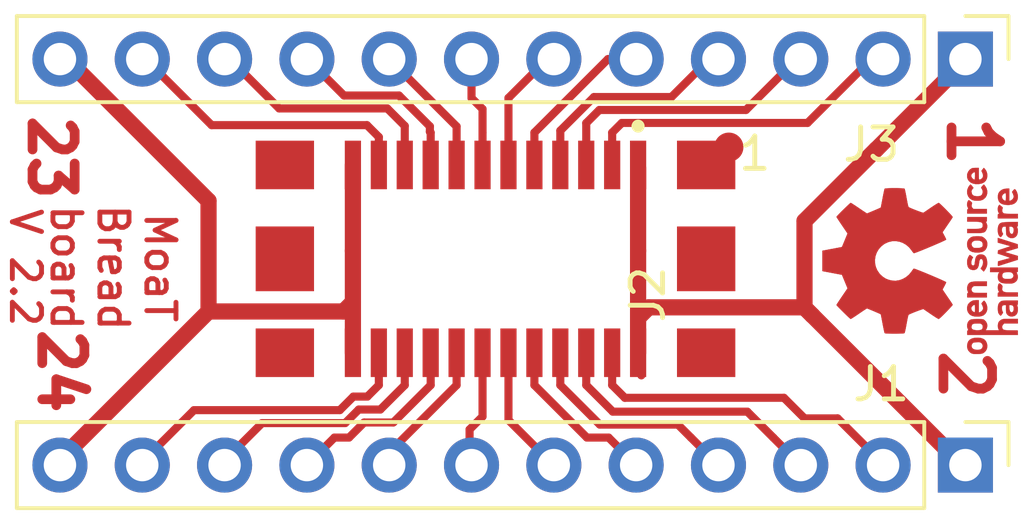
<source format=kicad_pcb>
(kicad_pcb (version 20190907) (host pcbnew "(5.99.0-375-g4460af5be-dirty)+6.0.0~dev1-1")

  (general
    (thickness 1.6)
    (drawings 10)
    (tracks 117)
    (modules 4)
    (nets 23)
  )

  (page "A4")
  (layers
    (0 "F.Cu" signal)
    (31 "B.Cu" signal)
    (32 "B.Adhes" user)
    (33 "F.Adhes" user)
    (34 "B.Paste" user)
    (35 "F.Paste" user hide)
    (36 "B.SilkS" user hide)
    (37 "F.SilkS" user)
    (38 "B.Mask" user hide)
    (39 "F.Mask" user hide)
    (40 "Dwgs.User" user hide)
    (41 "Cmts.User" user hide)
    (42 "Eco1.User" user hide)
    (43 "Eco2.User" user hide)
    (44 "Edge.Cuts" user hide)
    (45 "Margin" user)
    (46 "B.CrtYd" user)
    (47 "F.CrtYd" user)
    (48 "B.Fab" user)
    (49 "F.Fab" user)
  )

  (setup
    (last_trace_width 0.25)
    (user_trace_width 0.25)
    (user_trace_width 0.5)
    (trace_clearance 0.15)
    (zone_clearance 0.254)
    (zone_45_only no)
    (trace_min 0.2)
    (via_size 0.7)
    (via_drill 0.4)
    (via_min_size 0.4)
    (via_min_drill 0.3)
    (uvia_size 0.3)
    (uvia_drill 0.1)
    (uvias_allowed no)
    (uvia_min_size 0.2)
    (uvia_min_drill 0.1)
    (max_error 0.005)
    (defaults
      (edge_clearance 0.01)
      (edge_cuts_line_width 0.15)
      (courtyard_line_width 0.05)
      (copper_line_width 0.2)
      (copper_text_dims (size 1.5 1.5) (thickness 0.3))
      (silk_line_width 0.15)
      (silk_text_dims (size 1 1) (thickness 0.15))
      (other_layers_line_width 0.1)
      (other_layers_text_dims (size 1 1) (thickness 0.15))
    )
    (pad_size 0.65 0.65)
    (pad_drill 0.65)
    (pad_to_mask_clearance 0.051)
    (solder_mask_min_width 0.25)
    (aux_axis_origin 0 0)
    (visible_elements FFFFFF7F)
    (pcbplotparams
      (layerselection 0x010a8_7fffffff)
      (usegerberextensions false)
      (usegerberattributes false)
      (usegerberadvancedattributes false)
      (creategerberjobfile false)
      (excludeedgelayer true)
      (linewidth 0.100000)
      (plotframeref false)
      (viasonmask false)
      (mode 1)
      (useauxorigin false)
      (hpglpennumber 1)
      (hpglpenspeed 20)
      (hpglpendiameter 15.000000)
      (psnegative false)
      (psa4output false)
      (plotreference true)
      (plotvalue true)
      (plotinvisibletext false)
      (padsonsilk false)
      (subtractmaskfromsilk false)
      (outputformat 1)
      (mirror false)
      (drillshape 0)
      (scaleselection 1)
      (outputdirectory "Gerber/")
    )
  )

  (net 0 "")
  (net 1 "Net-(J1-Pad4)")
  (net 2 "Net-(J1-Pad3)")
  (net 3 "Net-(J1-Pad2)")
  (net 4 "Net-(J1-Pad7)")
  (net 5 "Net-(J1-Pad10)")
  (net 6 "Net-(J1-Pad11)")
  (net 7 "Net-(J1-Pad9)")
  (net 8 "Net-(J2-Pad3)")
  (net 9 "Net-(J2-Pad5)")
  (net 10 "Net-(J2-Pad7)")
  (net 11 "Net-(J2-Pad9)")
  (net 12 "Net-(J2-Pad11)")
  (net 13 "Net-(J2-Pad13)")
  (net 14 "Net-(J2-Pad15)")
  (net 15 "Net-(J2-Pad17)")
  (net 16 "Net-(J2-Pad19)")
  (net 17 "Net-(J2-Pad21)")
  (net 18 "Net-(J1-Pad5)")
  (net 19 "Net-(J1-Pad6)")
  (net 20 "Net-(J1-Pad8)")
  (net 21 "GND")
  (net 22 "GNDPWR")

  (net_class "Default" "This is the default net class."
    (clearance 0.15)
    (trace_width 0.25)
    (via_dia 0.7)
    (via_drill 0.4)
    (uvia_dia 0.3)
    (uvia_drill 0.1)
    (add_net "GND")
    (add_net "GNDPWR")
    (add_net "Net-(J1-Pad10)")
    (add_net "Net-(J1-Pad11)")
    (add_net "Net-(J1-Pad2)")
    (add_net "Net-(J1-Pad3)")
    (add_net "Net-(J1-Pad4)")
    (add_net "Net-(J1-Pad5)")
    (add_net "Net-(J1-Pad6)")
    (add_net "Net-(J1-Pad7)")
    (add_net "Net-(J1-Pad8)")
    (add_net "Net-(J1-Pad9)")
    (add_net "Net-(J2-Pad11)")
    (add_net "Net-(J2-Pad13)")
    (add_net "Net-(J2-Pad15)")
    (add_net "Net-(J2-Pad17)")
    (add_net "Net-(J2-Pad19)")
    (add_net "Net-(J2-Pad21)")
    (add_net "Net-(J2-Pad3)")
    (add_net "Net-(J2-Pad5)")
    (add_net "Net-(J2-Pad7)")
    (add_net "Net-(J2-Pad9)")
  )

  (net_class "Power" ""
    (clearance 0.15)
    (trace_width 0.5)
    (via_dia 0.8)
    (via_drill 0.4)
    (uvia_dia 0.3)
    (uvia_drill 0.1)
  )

  (module "localstuff:TE_1775014_socket" (layer "F.Cu") (tedit 5DCACC60) (tstamp 5CEF5553)
    (at 16.5 6.63 180)
    (descr "TE Connectivity 1775014 0.8mm connector")
    (tags "Connector")
    (path "/5CC3E238")
    (fp_text reference "J2" (at -4.7 -1.1 270) (layer "F.SilkS")
      (effects (font (size 1 1) (thickness 0.15)))
    )
    (fp_text value "Moat_Bus_wire" (at -9.5 0) (layer "F.Fab") hide
      (effects (font (size 1 1) (thickness 0.15)))
    )
    (fp_text user "1" (at -8 3.25) (layer "F.SilkS")
      (effects (font (size 1 1) (thickness 0.15)))
    )
    (fp_circle (center -7.2 3.45) (end -6.9 3.45) (layer "F.Cu") (width 0.3))
    (fp_line (start 7.5 -3.8) (end -7.5 -3.8) (layer "F.CrtYd") (width 0.1))
    (fp_line (start 7.5 3.8) (end 7.5 -3.8) (layer "F.CrtYd") (width 0.1))
    (fp_line (start -7.5 3.8) (end 7.5 3.8) (layer "F.CrtYd") (width 0.1))
    (fp_line (start -7.5 -3.8) (end -7.5 3.8) (layer "F.CrtYd") (width 0.1))
    (fp_text user "%R" (at 0 0) (layer "F.Fab")
      (effects (font (size 1 1) (thickness 0.15)))
    )
    (fp_line (start -6.9 -3.15) (end 6.9 -3.15) (layer "F.Fab") (width 0.2))
    (fp_line (start 6.9 -3.15) (end 6.9 3.15) (layer "F.Fab") (width 0.2))
    (fp_line (start 6.9 3.15) (end -6.9 3.15) (layer "F.Fab") (width 0.2))
    (fp_line (start -6.9 3.15) (end -6.9 -3.15) (layer "F.Fab") (width 0.2))
    (fp_line (start -4.5 4.1) (end -4.5 4.1) (layer "F.SilkS") (width 0.2))
    (fp_line (start -4.3 4.1) (end -4.3 4.1) (layer "F.SilkS") (width 0.2))
    (fp_arc (start -4.4 4.1) (end -4.5 4.1) (angle -180) (layer "F.SilkS") (width 0.2))
    (fp_arc (start -4.4 4.1) (end -4.3 4.1) (angle -180) (layer "F.SilkS") (width 0.2))
    (fp_text user "KEEPOUT" (at -2.2 0.585 90) (layer "Cmts.User")
      (effects (font (size 0.1 0.1) (thickness 0.015)))
    )
    (pad "1" smd rect (at -4.4 2.9 180) (size 0.5 1.5) (layers "F.Cu" "F.Paste" "F.Mask")
      (net 21 "GND"))
    (pad "2" smd rect (at -4.4 -2.9 180) (size 0.5 1.5) (layers "F.Cu" "F.Paste" "F.Mask")
      (net 21 "GND"))
    (pad "3" smd rect (at -3.6 2.9 180) (size 0.5 1.5) (layers "F.Cu" "F.Paste" "F.Mask")
      (net 8 "Net-(J2-Pad3)"))
    (pad "4" smd rect (at -3.6 -2.9 180) (size 0.5 1.5) (layers "F.Cu" "F.Paste" "F.Mask")
      (net 3 "Net-(J1-Pad2)"))
    (pad "5" smd rect (at -2.8 2.9 180) (size 0.5 1.5) (layers "F.Cu" "F.Paste" "F.Mask")
      (net 9 "Net-(J2-Pad5)"))
    (pad "6" smd rect (at -2.8 -2.9 180) (size 0.5 1.5) (layers "F.Cu" "F.Paste" "F.Mask")
      (net 2 "Net-(J1-Pad3)"))
    (pad "7" smd rect (at -2 2.9 180) (size 0.5 1.5) (layers "F.Cu" "F.Paste" "F.Mask")
      (net 10 "Net-(J2-Pad7)"))
    (pad "8" smd rect (at -2 -2.9 180) (size 0.5 1.5) (layers "F.Cu" "F.Paste" "F.Mask")
      (net 1 "Net-(J1-Pad4)"))
    (pad "9" smd rect (at -1.2 2.9 180) (size 0.5 1.5) (layers "F.Cu" "F.Paste" "F.Mask")
      (net 11 "Net-(J2-Pad9)"))
    (pad "10" smd rect (at -1.2 -2.9 180) (size 0.5 1.5) (layers "F.Cu" "F.Paste" "F.Mask")
      (net 18 "Net-(J1-Pad5)"))
    (pad "11" smd rect (at -0.4 2.9 180) (size 0.5 1.5) (layers "F.Cu" "F.Paste" "F.Mask")
      (net 12 "Net-(J2-Pad11)"))
    (pad "12" smd rect (at -0.4 -2.9 180) (size 0.5 1.5) (layers "F.Cu" "F.Paste" "F.Mask")
      (net 19 "Net-(J1-Pad6)"))
    (pad "13" smd rect (at 0.4 2.9 180) (size 0.5 1.5) (layers "F.Cu" "F.Paste" "F.Mask")
      (net 13 "Net-(J2-Pad13)"))
    (pad "14" smd rect (at 0.4 -2.9 180) (size 0.5 1.5) (layers "F.Cu" "F.Paste" "F.Mask")
      (net 4 "Net-(J1-Pad7)"))
    (pad "15" smd rect (at 1.2 2.9 180) (size 0.5 1.5) (layers "F.Cu" "F.Paste" "F.Mask")
      (net 14 "Net-(J2-Pad15)"))
    (pad "16" smd rect (at 1.2 -2.9 180) (size 0.5 1.5) (layers "F.Cu" "F.Paste" "F.Mask")
      (net 20 "Net-(J1-Pad8)"))
    (pad "17" smd rect (at 2 2.9 180) (size 0.5 1.5) (layers "F.Cu" "F.Paste" "F.Mask")
      (net 15 "Net-(J2-Pad17)"))
    (pad "18" smd rect (at 2 -2.9 180) (size 0.5 1.5) (layers "F.Cu" "F.Paste" "F.Mask")
      (net 7 "Net-(J1-Pad9)"))
    (pad "19" smd rect (at 2.8 2.9 180) (size 0.5 1.5) (layers "F.Cu" "F.Paste" "F.Mask")
      (net 16 "Net-(J2-Pad19)"))
    (pad "20" smd rect (at 2.8 -2.9 180) (size 0.5 1.5) (layers "F.Cu" "F.Paste" "F.Mask")
      (net 5 "Net-(J1-Pad10)"))
    (pad "21" smd rect (at 3.6 2.9 180) (size 0.5 1.5) (layers "F.Cu" "F.Paste" "F.Mask")
      (net 17 "Net-(J2-Pad21)"))
    (pad "22" smd rect (at 3.6 -2.9 180) (size 0.5 1.5) (layers "F.Cu" "F.Paste" "F.Mask")
      (net 6 "Net-(J1-Pad11)"))
    (pad "23" smd rect (at 4.4 2.9 180) (size 0.5 1.5) (layers "F.Cu" "F.Paste" "F.Mask")
      (net 22 "GNDPWR"))
    (pad "24" smd rect (at 4.4 -2.9 180) (size 0.5 1.5) (layers "F.Cu" "F.Paste" "F.Mask")
      (net 22 "GNDPWR"))
    (pad "MNT" smd rect (at -6.5 2.9 270) (size 1.5 1.8) (layers "F.Cu" "F.Paste" "F.Mask"))
    (pad "MNT" smd rect (at -6.5 -2.9 270) (size 1.5 1.8) (layers "F.Cu" "F.Paste" "F.Mask"))
    (pad "MNT" smd rect (at 6.5 2.9 270) (size 1.5 1.8) (layers "F.Cu" "F.Paste" "F.Mask"))
    (pad "MNT" smd rect (at 6.5 -2.9 270) (size 1.5 1.8) (layers "F.Cu" "F.Paste" "F.Mask"))
    (pad "MNT" smd rect (at -6.5 0 180) (size 1.8 2) (layers "F.Cu" "F.Paste" "F.Mask"))
    (pad "MNT" smd rect (at 6.5 0 180) (size 1.8 2) (layers "F.Cu" "F.Paste" "F.Mask"))
    (pad "" np_thru_hole circle (at -6.4 1.7 180) (size 0.65 0.65) (drill 0.65) (layers *.Cu *.Mask))
    (pad "" np_thru_hole circle (at 6.4 1.7 180) (size 0.65 0.65) (drill 0.65) (layers *.Cu *.Mask))
    (model ":moat3d:1775014-2.stp"
      (offset (xyz 0 0 2.4))
      (scale (xyz 1 1 1))
      (rotate (xyz 0 0 0))
    )
  )

  (module "Symbol:OSHW-Logo_5.7x6mm_Copper" (layer "F.Cu") (tedit 0) (tstamp 5DD53F9A)
    (at 29.6 6.7 90)
    (descr "Open Source Hardware Logo")
    (tags "Logo OSHW")
    (attr virtual)
    (fp_text reference "REF**" (at 0 0 90) (layer "F.SilkS") hide
      (effects (font (size 1 1) (thickness 0.15)))
    )
    (fp_text value "OSHW-Logo_5.7x6mm_Copper" (at 0.75 0 90) (layer "F.Fab") hide
      (effects (font (size 1 1) (thickness 0.15)))
    )
    (fp_poly (pts (xy 0.376964 -2.709982) (xy 0.433812 -2.40843) (xy 0.853338 -2.235488) (xy 1.104984 -2.406605)
      (xy 1.175458 -2.45425) (xy 1.239163 -2.49679) (xy 1.293126 -2.532285) (xy 1.334373 -2.55879)
      (xy 1.359934 -2.574364) (xy 1.366895 -2.577722) (xy 1.379435 -2.569086) (xy 1.406231 -2.545208)
      (xy 1.44428 -2.509141) (xy 1.490579 -2.463933) (xy 1.542123 -2.412636) (xy 1.595909 -2.358299)
      (xy 1.648935 -2.303972) (xy 1.698195 -2.252705) (xy 1.740687 -2.207549) (xy 1.773407 -2.171554)
      (xy 1.793351 -2.14777) (xy 1.798119 -2.13981) (xy 1.791257 -2.125135) (xy 1.77202 -2.092986)
      (xy 1.74243 -2.046508) (xy 1.70451 -1.988844) (xy 1.660282 -1.92314) (xy 1.634654 -1.885664)
      (xy 1.587941 -1.817232) (xy 1.546432 -1.75548) (xy 1.51214 -1.703481) (xy 1.48708 -1.664308)
      (xy 1.473264 -1.641035) (xy 1.471188 -1.636145) (xy 1.475895 -1.622245) (xy 1.488723 -1.58985)
      (xy 1.507738 -1.543515) (xy 1.531003 -1.487794) (xy 1.556584 -1.427242) (xy 1.582545 -1.366414)
      (xy 1.60695 -1.309864) (xy 1.627863 -1.262148) (xy 1.643349 -1.227819) (xy 1.651472 -1.211432)
      (xy 1.651952 -1.210788) (xy 1.664707 -1.207659) (xy 1.698677 -1.200679) (xy 1.75034 -1.190533)
      (xy 1.816176 -1.177908) (xy 1.892664 -1.163491) (xy 1.93729 -1.155177) (xy 2.019021 -1.139616)
      (xy 2.092843 -1.124808) (xy 2.155021 -1.111564) (xy 2.201822 -1.100695) (xy 2.229509 -1.093011)
      (xy 2.235074 -1.090573) (xy 2.240526 -1.07407) (xy 2.244924 -1.0368) (xy 2.248272 -0.98312)
      (xy 2.250574 -0.917388) (xy 2.251832 -0.843963) (xy 2.252048 -0.767204) (xy 2.251227 -0.691468)
      (xy 2.249371 -0.621114) (xy 2.246482 -0.5605) (xy 2.242565 -0.513984) (xy 2.237622 -0.485925)
      (xy 2.234657 -0.480084) (xy 2.216934 -0.473083) (xy 2.179381 -0.463073) (xy 2.126964 -0.451231)
      (xy 2.064652 -0.438733) (xy 2.0429 -0.43469) (xy 1.938024 -0.41548) (xy 1.85518 -0.400009)
      (xy 1.79163 -0.387663) (xy 1.744637 -0.377827) (xy 1.711463 -0.369886) (xy 1.689371 -0.363224)
      (xy 1.675624 -0.357227) (xy 1.667484 -0.351281) (xy 1.666345 -0.350106) (xy 1.654977 -0.331174)
      (xy 1.637635 -0.294331) (xy 1.61605 -0.244087) (xy 1.591954 -0.184954) (xy 1.567079 -0.121444)
      (xy 1.543157 -0.058068) (xy 1.521919 0.000662) (xy 1.505097 0.050235) (xy 1.494422 0.086139)
      (xy 1.491627 0.103862) (xy 1.49186 0.104483) (xy 1.501331 0.11897) (xy 1.522818 0.150844)
      (xy 1.554063 0.196789) (xy 1.592807 0.253485) (xy 1.636793 0.317617) (xy 1.649319 0.335842)
      (xy 1.693984 0.401914) (xy 1.733288 0.4622) (xy 1.765088 0.513235) (xy 1.787245 0.55156)
      (xy 1.797617 0.573711) (xy 1.798119 0.576432) (xy 1.789405 0.590736) (xy 1.765325 0.619072)
      (xy 1.728976 0.658396) (xy 1.683453 0.705661) (xy 1.631852 0.757823) (xy 1.577267 0.811835)
      (xy 1.522794 0.864653) (xy 1.471529 0.913231) (xy 1.426567 0.954523) (xy 1.391004 0.985485)
      (xy 1.367935 1.00307) (xy 1.361554 1.005941) (xy 1.346699 0.999178) (xy 1.316286 0.980939)
      (xy 1.275268 0.954297) (xy 1.243709 0.932852) (xy 1.186525 0.893503) (xy 1.118806 0.847171)
      (xy 1.05088 0.800913) (xy 1.014361 0.776155) (xy 0.890752 0.692547) (xy 0.786991 0.74865)
      (xy 0.73972 0.773228) (xy 0.699523 0.792331) (xy 0.672326 0.803227) (xy 0.665402 0.804743)
      (xy 0.657077 0.793549) (xy 0.640654 0.761917) (xy 0.617357 0.712765) (xy 0.588414 0.64901)
      (xy 0.55505 0.573571) (xy 0.518491 0.489364) (xy 0.479964 0.399308) (xy 0.440694 0.306321)
      (xy 0.401908 0.21332) (xy 0.36483 0.123223) (xy 0.330689 0.038948) (xy 0.300708 -0.036587)
      (xy 0.276116 -0.100466) (xy 0.258136 -0.149769) (xy 0.247997 -0.181579) (xy 0.246366 -0.192504)
      (xy 0.259291 -0.206439) (xy 0.287589 -0.22906) (xy 0.325346 -0.255667) (xy 0.328515 -0.257772)
      (xy 0.4261 -0.335886) (xy 0.504786 -0.427018) (xy 0.563891 -0.528255) (xy 0.602732 -0.636682)
      (xy 0.620628 -0.749386) (xy 0.616897 -0.863452) (xy 0.590857 -0.975966) (xy 0.541825 -1.084015)
      (xy 0.5274 -1.107655) (xy 0.452369 -1.203113) (xy 0.36373 -1.279768) (xy 0.264549 -1.33722)
      (xy 0.157895 -1.375071) (xy 0.046836 -1.392922) (xy -0.065561 -1.390375) (xy -0.176227 -1.36703)
      (xy -0.282094 -1.32249) (xy -0.380095 -1.256355) (xy -0.41041 -1.229513) (xy -0.487562 -1.145488)
      (xy -0.543782 -1.057034) (xy -0.582347 -0.957885) (xy -0.603826 -0.859697) (xy -0.609128 -0.749303)
      (xy -0.591448 -0.63836) (xy -0.552581 -0.530619) (xy -0.494323 -0.429831) (xy -0.418469 -0.339744)
      (xy -0.326817 -0.264108) (xy -0.314772 -0.256136) (xy -0.276611 -0.230026) (xy -0.247601 -0.207405)
      (xy -0.233732 -0.192961) (xy -0.233531 -0.192504) (xy -0.236508 -0.176879) (xy -0.248311 -0.141418)
      (xy -0.267714 -0.089038) (xy -0.293488 -0.022655) (xy -0.324409 0.054814) (xy -0.359249 0.14045)
      (xy -0.396783 0.231337) (xy -0.435783 0.324559) (xy -0.475023 0.417197) (xy -0.513276 0.506335)
      (xy -0.549317 0.589055) (xy -0.581917 0.662441) (xy -0.609852 0.723575) (xy -0.631895 0.769541)
      (xy -0.646818 0.797421) (xy -0.652828 0.804743) (xy -0.671191 0.799041) (xy -0.705552 0.783749)
      (xy -0.749984 0.761599) (xy -0.774417 0.74865) (xy -0.878178 0.692547) (xy -1.001787 0.776155)
      (xy -1.064886 0.818987) (xy -1.13397 0.866122) (xy -1.198707 0.910503) (xy -1.231134 0.932852)
      (xy -1.276741 0.963477) (xy -1.31536 0.987747) (xy -1.341952 1.002587) (xy -1.35059 1.005724)
      (xy -1.363161 0.997261) (xy -1.390984 0.973636) (xy -1.431361 0.937302) (xy -1.481595 0.890711)
      (xy -1.538988 0.836317) (xy -1.575286 0.801392) (xy -1.63879 0.738996) (xy -1.693673 0.683188)
      (xy -1.737714 0.636354) (xy -1.768695 0.600882) (xy -1.784398 0.579161) (xy -1.785905 0.574752)
      (xy -1.778914 0.557985) (xy -1.759594 0.524082) (xy -1.730091 0.476476) (xy -1.692545 0.418599)
      (xy -1.6491 0.353884) (xy -1.636745 0.335842) (xy -1.591727 0.270267) (xy -1.55134 0.211228)
      (xy -1.51784 0.162042) (xy -1.493486 0.126028) (xy -1.480536 0.106502) (xy -1.479285 0.104483)
      (xy -1.481156 0.088922) (xy -1.491087 0.054709) (xy -1.507347 0.006355) (xy -1.528205 -0.051629)
      (xy -1.551927 -0.11473) (xy -1.576784 -0.178437) (xy -1.601042 -0.238239) (xy -1.622971 -0.289624)
      (xy -1.640838 -0.328081) (xy -1.652913 -0.349098) (xy -1.653771 -0.350106) (xy -1.661154 -0.356112)
      (xy -1.673625 -0.362052) (xy -1.69392 -0.36854) (xy -1.724778 -0.376191) (xy -1.768934 -0.38562)
      (xy -1.829126 -0.397441) (xy -1.908093 -0.412271) (xy -2.00857 -0.430723) (xy -2.030325 -0.43469)
      (xy -2.094802 -0.447147) (xy -2.151011 -0.459334) (xy -2.193987 -0.470074) (xy -2.21876 -0.478191)
      (xy -2.222082 -0.480084) (xy -2.227556 -0.496862) (xy -2.232006 -0.534355) (xy -2.235428 -0.588206)
      (xy -2.237819 -0.654056) (xy -2.239177 -0.727547) (xy -2.239499 -0.80432) (xy -2.238781 -0.880017)
      (xy -2.237021 -0.95028) (xy -2.234216 -1.01075) (xy -2.230362 -1.05707) (xy -2.225457 -1.084881)
      (xy -2.2225 -1.090573) (xy -2.206037 -1.096314) (xy -2.168551 -1.105655) (xy -2.113775 -1.117785)
      (xy -2.045445 -1.131893) (xy -1.967294 -1.14717) (xy -1.924716 -1.155177) (xy -1.843929 -1.170279)
      (xy -1.771887 -1.18396) (xy -1.712111 -1.195533) (xy -1.668121 -1.204313) (xy -1.643439 -1.209613)
      (xy -1.639377 -1.210788) (xy -1.632511 -1.224035) (xy -1.617998 -1.255943) (xy -1.597771 -1.301953)
      (xy -1.573766 -1.357508) (xy -1.547918 -1.418047) (xy -1.52216 -1.479014) (xy -1.498427 -1.535849)
      (xy -1.478654 -1.583994) (xy -1.464776 -1.61889) (xy -1.458726 -1.635979) (xy -1.458614 -1.636726)
      (xy -1.465472 -1.650207) (xy -1.484698 -1.68123) (xy -1.514272 -1.726711) (xy -1.552173 -1.783568)
      (xy -1.59638 -1.848717) (xy -1.622079 -1.886138) (xy -1.668907 -1.954753) (xy -1.710499 -2.017048)
      (xy -1.744825 -2.069871) (xy -1.769857 -2.110073) (xy -1.783565 -2.1345) (xy -1.785544 -2.139976)
      (xy -1.777034 -2.152722) (xy -1.753507 -2.179937) (xy -1.717968 -2.218572) (xy -1.673423 -2.265577)
      (xy -1.622877 -2.317905) (xy -1.569336 -2.372505) (xy -1.515805 -2.42633) (xy -1.465289 -2.47633)
      (xy -1.420794 -2.519457) (xy -1.385325 -2.552661) (xy -1.361887 -2.572894) (xy -1.354046 -2.577722)
      (xy -1.34128 -2.570933) (xy -1.310744 -2.551858) (xy -1.26541 -2.522439) (xy -1.208244 -2.484619)
      (xy -1.142216 -2.440339) (xy -1.09241 -2.406605) (xy -0.840764 -2.235488) (xy -0.631001 -2.321959)
      (xy -0.421237 -2.40843) (xy -0.364389 -2.709982) (xy -0.30754 -3.011534) (xy 0.320115 -3.011534)
      (xy 0.376964 -2.709982)) (layer "F.Cu") (width 0.01))
    (fp_poly (pts (xy 1.79946 1.45803) (xy 1.842711 1.471245) (xy 1.870558 1.487941) (xy 1.879629 1.501145)
      (xy 1.877132 1.516797) (xy 1.860931 1.541385) (xy 1.847232 1.5588) (xy 1.818992 1.590283)
      (xy 1.797775 1.603529) (xy 1.779688 1.602664) (xy 1.726035 1.58901) (xy 1.68663 1.58963)
      (xy 1.654632 1.605104) (xy 1.64389 1.614161) (xy 1.609505 1.646027) (xy 1.609505 2.062179)
      (xy 1.471188 2.062179) (xy 1.471188 1.458614) (xy 1.540347 1.458614) (xy 1.581869 1.460256)
      (xy 1.603291 1.466087) (xy 1.609502 1.477461) (xy 1.609505 1.477798) (xy 1.612439 1.489713)
      (xy 1.625704 1.488159) (xy 1.644084 1.479563) (xy 1.682046 1.463568) (xy 1.712872 1.453945)
      (xy 1.752536 1.451478) (xy 1.79946 1.45803)) (layer "F.Cu") (width 0.01))
    (fp_poly (pts (xy -0.754012 1.469002) (xy -0.722717 1.48395) (xy -0.692409 1.505541) (xy -0.669318 1.530391)
      (xy -0.6525 1.562087) (xy -0.641006 1.604214) (xy -0.633891 1.660358) (xy -0.630207 1.734106)
      (xy -0.629008 1.829044) (xy -0.628989 1.838985) (xy -0.628713 2.062179) (xy -0.76703 2.062179)
      (xy -0.76703 1.856418) (xy -0.767128 1.780189) (xy -0.767809 1.724939) (xy -0.769651 1.686501)
      (xy -0.773233 1.660706) (xy -0.779132 1.643384) (xy -0.787927 1.630368) (xy -0.80018 1.617507)
      (xy -0.843047 1.589873) (xy -0.889843 1.584745) (xy -0.934424 1.602217) (xy -0.949928 1.615221)
      (xy -0.96131 1.627447) (xy -0.969481 1.64054) (xy -0.974974 1.658615) (xy -0.97832 1.685787)
      (xy -0.980051 1.72617) (xy -0.980697 1.783879) (xy -0.980792 1.854132) (xy -0.980792 2.062179)
      (xy -1.119109 2.062179) (xy -1.119109 1.458614) (xy -1.04995 1.458614) (xy -1.008428 1.460256)
      (xy -0.987006 1.466087) (xy -0.980795 1.477461) (xy -0.980792 1.477798) (xy -0.97791 1.488938)
      (xy -0.965199 1.487674) (xy -0.939926 1.475434) (xy -0.882605 1.457424) (xy -0.817037 1.455421)
      (xy -0.754012 1.469002)) (layer "F.Cu") (width 0.01))
    (fp_poly (pts (xy 2.677898 1.456457) (xy 2.710096 1.464279) (xy 2.771825 1.492921) (xy 2.82461 1.536667)
      (xy 2.861141 1.589117) (xy 2.86616 1.600893) (xy 2.873045 1.63174) (xy 2.877864 1.677371)
      (xy 2.879505 1.723492) (xy 2.879505 1.810693) (xy 2.697178 1.810693) (xy 2.621979 1.810978)
      (xy 2.569003 1.812704) (xy 2.535325 1.817181) (xy 2.51802 1.82572) (xy 2.514163 1.83963)
      (xy 2.520829 1.860222) (xy 2.53277 1.884315) (xy 2.56608 1.924525) (xy 2.612368 1.944558)
      (xy 2.668944 1.943905) (xy 2.733031 1.922101) (xy 2.788417 1.895193) (xy 2.834375 1.931532)
      (xy 2.880333 1.967872) (xy 2.837096 2.007819) (xy 2.779374 2.045563) (xy 2.708386 2.06832)
      (xy 2.632029 2.074688) (xy 2.558199 2.063268) (xy 2.546287 2.059393) (xy 2.481399 2.025506)
      (xy 2.43313 1.974986) (xy 2.400465 1.906325) (xy 2.382385 1.818014) (xy 2.382175 1.816121)
      (xy 2.380556 1.719878) (xy 2.3871 1.685542) (xy 2.514852 1.685542) (xy 2.526584 1.690822)
      (xy 2.558438 1.694867) (xy 2.605397 1.697176) (xy 2.635154 1.697525) (xy 2.690648 1.697306)
      (xy 2.725346 1.695916) (xy 2.743601 1.692251) (xy 2.749766 1.68521) (xy 2.748195 1.67369)
      (xy 2.746878 1.669233) (xy 2.724382 1.627355) (xy 2.689003 1.593604) (xy 2.65778 1.578773)
      (xy 2.616301 1.579668) (xy 2.574269 1.598164) (xy 2.539012 1.628786) (xy 2.517854 1.666062)
      (xy 2.514852 1.685542) (xy 2.3871 1.685542) (xy 2.39669 1.635229) (xy 2.428698 1.564191)
      (xy 2.474701 1.508779) (xy 2.532821 1.471009) (xy 2.60118 1.452896) (xy 2.677898 1.456457)) (layer "F.Cu") (width 0.01))
    (fp_poly (pts (xy 2.217226 1.46388) (xy 2.29008 1.49483) (xy 2.313027 1.509895) (xy 2.342354 1.533048)
      (xy 2.360764 1.551253) (xy 2.363961 1.557183) (xy 2.354935 1.57034) (xy 2.331837 1.592667)
      (xy 2.313344 1.60825) (xy 2.262728 1.648926) (xy 2.22276 1.615295) (xy 2.191874 1.593584)
      (xy 2.161759 1.58609) (xy 2.127292 1.58792) (xy 2.072561 1.601528) (xy 2.034886 1.629772)
      (xy 2.011991 1.675433) (xy 2.001597 1.741289) (xy 2.001595 1.741331) (xy 2.002494 1.814939)
      (xy 2.016463 1.868946) (xy 2.044328 1.905716) (xy 2.063325 1.918168) (xy 2.113776 1.933673)
      (xy 2.167663 1.933683) (xy 2.214546 1.918638) (xy 2.225644 1.911287) (xy 2.253476 1.892511)
      (xy 2.275236 1.889434) (xy 2.298704 1.903409) (xy 2.324649 1.92851) (xy 2.365716 1.97088)
      (xy 2.320121 2.008464) (xy 2.249674 2.050882) (xy 2.170233 2.071785) (xy 2.087215 2.070272)
      (xy 2.032694 2.056411) (xy 1.96897 2.022135) (xy 1.918005 1.968212) (xy 1.894851 1.930149)
      (xy 1.876099 1.875536) (xy 1.866715 1.806369) (xy 1.866643 1.731407) (xy 1.875824 1.659409)
      (xy 1.894199 1.599137) (xy 1.897093 1.592958) (xy 1.939952 1.532351) (xy 1.997979 1.488224)
      (xy 2.066591 1.461493) (xy 2.141201 1.453073) (xy 2.217226 1.46388)) (layer "F.Cu") (width 0.01))
    (fp_poly (pts (xy 0.993367 1.654342) (xy 0.994555 1.746563) (xy 0.998897 1.81661) (xy 1.007558 1.867381)
      (xy 1.021704 1.901772) (xy 1.0425 1.922679) (xy 1.07111 1.933) (xy 1.106535 1.935636)
      (xy 1.143636 1.932682) (xy 1.171818 1.921889) (xy 1.192243 1.90036) (xy 1.206079 1.865199)
      (xy 1.214491 1.81351) (xy 1.218643 1.742394) (xy 1.219703 1.654342) (xy 1.219703 1.458614)
      (xy 1.35802 1.458614) (xy 1.35802 2.062179) (xy 1.288862 2.062179) (xy 1.24717 2.060489)
      (xy 1.225701 2.054556) (xy 1.219703 2.043293) (xy 1.216091 2.033261) (xy 1.201714 2.035383)
      (xy 1.172736 2.04958) (xy 1.106319 2.07148) (xy 1.035875 2.069928) (xy 0.968377 2.046147)
      (xy 0.936233 2.027362) (xy 0.911715 2.007022) (xy 0.893804 1.981573) (xy 0.881479 1.947458)
      (xy 0.873723 1.901121) (xy 0.869516 1.839007) (xy 0.86784 1.757561) (xy 0.867624 1.694578)
      (xy 0.867624 1.458614) (xy 0.993367 1.458614) (xy 0.993367 1.654342)) (layer "F.Cu") (width 0.01))
    (fp_poly (pts (xy 0.610762 1.466055) (xy 0.674363 1.500692) (xy 0.724123 1.555372) (xy 0.747568 1.599842)
      (xy 0.757634 1.639121) (xy 0.764156 1.695116) (xy 0.766951 1.759621) (xy 0.765836 1.824429)
      (xy 0.760626 1.881334) (xy 0.754541 1.911727) (xy 0.734014 1.953306) (xy 0.698463 1.997468)
      (xy 0.655619 2.036087) (xy 0.613211 2.061034) (xy 0.612177 2.06143) (xy 0.559553 2.072331)
      (xy 0.497188 2.072601) (xy 0.437924 2.062676) (xy 0.41504 2.054722) (xy 0.356102 2.0213)
      (xy 0.31389 1.977511) (xy 0.286156 1.919538) (xy 0.270651 1.843565) (xy 0.267143 1.803771)
      (xy 0.26759 1.753766) (xy 0.402376 1.753766) (xy 0.406917 1.826732) (xy 0.419986 1.882334)
      (xy 0.440756 1.917861) (xy 0.455552 1.92802) (xy 0.493464 1.935104) (xy 0.538527 1.933007)
      (xy 0.577487 1.922812) (xy 0.587704 1.917204) (xy 0.614659 1.884538) (xy 0.632451 1.834545)
      (xy 0.640024 1.773705) (xy 0.636325 1.708497) (xy 0.628057 1.669253) (xy 0.60432 1.623805)
      (xy 0.566849 1.595396) (xy 0.52172 1.585573) (xy 0.475011 1.595887) (xy 0.439132 1.621112)
      (xy 0.420277 1.641925) (xy 0.409272 1.662439) (xy 0.404026 1.690203) (xy 0.402449 1.732762)
      (xy 0.402376 1.753766) (xy 0.26759 1.753766) (xy 0.268094 1.69758) (xy 0.285388 1.610501)
      (xy 0.319029 1.54253) (xy 0.369018 1.493664) (xy 0.435356 1.463899) (xy 0.449601 1.460448)
      (xy 0.53521 1.452345) (xy 0.610762 1.466055)) (layer "F.Cu") (width 0.01))
    (fp_poly (pts (xy 0.014017 1.456452) (xy 0.061634 1.465482) (xy 0.111034 1.48437) (xy 0.116312 1.486777)
      (xy 0.153774 1.506476) (xy 0.179717 1.524781) (xy 0.188103 1.536508) (xy 0.180117 1.555632)
      (xy 0.16072 1.58385) (xy 0.15211 1.594384) (xy 0.116628 1.635847) (xy 0.070885 1.608858)
      (xy 0.02735 1.590878) (xy -0.02295 1.581267) (xy -0.071188 1.58066) (xy -0.108533 1.589691)
      (xy -0.117495 1.595327) (xy -0.134563 1.621171) (xy -0.136637 1.650941) (xy -0.123866 1.674197)
      (xy -0.116312 1.678708) (xy -0.093675 1.684309) (xy -0.053885 1.690892) (xy -0.004834 1.697183)
      (xy 0.004215 1.69817) (xy 0.082996 1.711798) (xy 0.140136 1.734946) (xy 0.17803 1.769752)
      (xy 0.199079 1.818354) (xy 0.205635 1.877718) (xy 0.196577 1.945198) (xy 0.167164 1.998188)
      (xy 0.117278 2.036783) (xy 0.0468 2.061081) (xy -0.031435 2.070667) (xy -0.095234 2.070552)
      (xy -0.146984 2.061845) (xy -0.182327 2.049825) (xy -0.226983 2.02888) (xy -0.268253 2.004574)
      (xy -0.282921 1.993876) (xy -0.320643 1.963084) (xy -0.275148 1.917049) (xy -0.229653 1.871013)
      (xy -0.177928 1.905243) (xy -0.126048 1.930952) (xy -0.070649 1.944399) (xy -0.017395 1.945818)
      (xy 0.028049 1.935443) (xy 0.060016 1.913507) (xy 0.070338 1.894998) (xy 0.068789 1.865314)
      (xy 0.04314 1.842615) (xy -0.00654 1.82694) (xy -0.060969 1.819695) (xy -0.144736 1.805873)
      (xy -0.206967 1.779796) (xy -0.248493 1.740699) (xy -0.270147 1.68782) (xy -0.273147 1.625126)
      (xy -0.258329 1.559642) (xy -0.224546 1.510144) (xy -0.171495 1.476408) (xy -0.098874 1.458207)
      (xy -0.045072 1.454639) (xy 0.014017 1.456452)) (layer "F.Cu") (width 0.01))
    (fp_poly (pts (xy -1.356699 1.472614) (xy -1.344168 1.478514) (xy -1.300799 1.510283) (xy -1.25979 1.556646)
      (xy -1.229168 1.607696) (xy -1.220459 1.631166) (xy -1.212512 1.673091) (xy -1.207774 1.723757)
      (xy -1.207199 1.744679) (xy -1.207129 1.810693) (xy -1.587083 1.810693) (xy -1.578983 1.845273)
      (xy -1.559104 1.88617) (xy -1.524347 1.921514) (xy -1.482998 1.944282) (xy -1.456649 1.94901)
      (xy -1.420916 1.943273) (xy -1.378282 1.928882) (xy -1.363799 1.922262) (xy -1.31024 1.895513)
      (xy -1.264533 1.930376) (xy -1.238158 1.953955) (xy -1.224124 1.973417) (xy -1.223414 1.979129)
      (xy -1.235951 1.992973) (xy -1.263428 2.014012) (xy -1.288366 2.030425) (xy -1.355664 2.05993)
      (xy -1.43111 2.073284) (xy -1.505888 2.069812) (xy -1.565495 2.051663) (xy -1.626941 2.012784)
      (xy -1.670608 1.961595) (xy -1.697926 1.895367) (xy -1.710322 1.811371) (xy -1.711421 1.772936)
      (xy -1.707022 1.684861) (xy -1.706482 1.682299) (xy -1.580582 1.682299) (xy -1.577115 1.690558)
      (xy -1.562863 1.695113) (xy -1.53347 1.697065) (xy -1.484575 1.697517) (xy -1.465748 1.697525)
      (xy -1.408467 1.696843) (xy -1.372141 1.694364) (xy -1.352604 1.689443) (xy -1.34569 1.681434)
      (xy -1.345445 1.678862) (xy -1.353336 1.658423) (xy -1.373085 1.629789) (xy -1.381575 1.619763)
      (xy -1.413094 1.591408) (xy -1.445949 1.580259) (xy -1.463651 1.579327) (xy -1.511539 1.590981)
      (xy -1.551699 1.622285) (xy -1.577173 1.667752) (xy -1.577625 1.669233) (xy -1.580582 1.682299)
      (xy -1.706482 1.682299) (xy -1.692392 1.61551) (xy -1.666038 1.560025) (xy -1.633807 1.520639)
      (xy -1.574217 1.477931) (xy -1.504168 1.455109) (xy -1.429661 1.453046) (xy -1.356699 1.472614)) (layer "F.Cu") (width 0.01))
    (fp_poly (pts (xy -2.538261 1.465148) (xy -2.472479 1.494231) (xy -2.42254 1.542793) (xy -2.388374 1.610908)
      (xy -2.369907 1.698651) (xy -2.368583 1.712351) (xy -2.367546 1.808939) (xy -2.380993 1.893602)
      (xy -2.408108 1.962221) (xy -2.422627 1.984294) (xy -2.473201 2.031011) (xy -2.537609 2.061268)
      (xy -2.609666 2.073824) (xy -2.683185 2.067439) (xy -2.739072 2.047772) (xy -2.787132 2.014629)
      (xy -2.826412 1.971175) (xy -2.827092 1.970158) (xy -2.843044 1.943338) (xy -2.85341 1.916368)
      (xy -2.859688 1.882332) (xy -2.863373 1.83431) (xy -2.864997 1.794931) (xy -2.865672 1.759219)
      (xy -2.739955 1.759219) (xy -2.738726 1.79477) (xy -2.734266 1.842094) (xy -2.726397 1.872465)
      (xy -2.712207 1.894072) (xy -2.698917 1.906694) (xy -2.651802 1.933122) (xy -2.602505 1.936653)
      (xy -2.556593 1.917639) (xy -2.533638 1.896331) (xy -2.517096 1.874859) (xy -2.507421 1.854313)
      (xy -2.503174 1.827574) (xy -2.50292 1.787523) (xy -2.504228 1.750638) (xy -2.507043 1.697947)
      (xy -2.511505 1.663772) (xy -2.519548 1.64148) (xy -2.533103 1.624442) (xy -2.543845 1.614703)
      (xy -2.588777 1.589123) (xy -2.637249 1.587847) (xy -2.677894 1.602999) (xy -2.712567 1.634642)
      (xy -2.733224 1.68662) (xy -2.739955 1.759219) (xy -2.865672 1.759219) (xy -2.866479 1.716621)
      (xy -2.863948 1.658056) (xy -2.856362 1.614007) (xy -2.842681 1.579248) (xy -2.821865 1.548551)
      (xy -2.814147 1.539436) (xy -2.765889 1.494021) (xy -2.714128 1.467493) (xy -2.650828 1.456379)
      (xy -2.619961 1.455471) (xy -2.538261 1.465148)) (layer "F.Cu") (width 0.01))
    (fp_poly (pts (xy 2.032581 2.40497) (xy 2.092685 2.420597) (xy 2.143021 2.452848) (xy 2.167393 2.47694)
      (xy 2.207345 2.533895) (xy 2.230242 2.599965) (xy 2.238108 2.681182) (xy 2.238148 2.687748)
      (xy 2.238218 2.753763) (xy 1.858264 2.753763) (xy 1.866363 2.788342) (xy 1.880987 2.819659)
      (xy 1.906581 2.852291) (xy 1.911935 2.8575) (xy 1.957943 2.885694) (xy 2.01041 2.890475)
      (xy 2.070803 2.871926) (xy 2.08104 2.866931) (xy 2.112439 2.851745) (xy 2.13347 2.843094)
      (xy 2.137139 2.842293) (xy 2.149948 2.850063) (xy 2.174378 2.869072) (xy 2.186779 2.87946)
      (xy 2.212476 2.903321) (xy 2.220915 2.919077) (xy 2.215058 2.933571) (xy 2.211928 2.937534)
      (xy 2.190725 2.954879) (xy 2.155738 2.975959) (xy 2.131337 2.988265) (xy 2.062072 3.009946)
      (xy 1.985388 3.016971) (xy 1.912765 3.008647) (xy 1.892426 3.002686) (xy 1.829476 2.968952)
      (xy 1.782815 2.917045) (xy 1.752173 2.846459) (xy 1.737282 2.756692) (xy 1.735647 2.709753)
      (xy 1.740421 2.641413) (xy 1.86099 2.641413) (xy 1.872652 2.646465) (xy 1.903998 2.650429)
      (xy 1.949571 2.652768) (xy 1.980446 2.653169) (xy 2.035981 2.652783) (xy 2.071033 2.650975)
      (xy 2.090262 2.646773) (xy 2.09833 2.639203) (xy 2.099901 2.628218) (xy 2.089121 2.594381)
      (xy 2.06198 2.56094) (xy 2.026277 2.535272) (xy 1.99056 2.524772) (xy 1.942048 2.534086)
      (xy 1.900053 2.561013) (xy 1.870936 2.599827) (xy 1.86099 2.641413) (xy 1.740421 2.641413)
      (xy 1.742599 2.610236) (xy 1.764055 2.530949) (xy 1.80047 2.471263) (xy 1.852297 2.430549)
      (xy 1.91999 2.408179) (xy 1.956662 2.403871) (xy 2.032581 2.40497)) (layer "F.Cu") (width 0.01))
    (fp_poly (pts (xy 1.635255 2.401486) (xy 1.683595 2.411015) (xy 1.711114 2.425125) (xy 1.740064 2.448568)
      (xy 1.698876 2.500571) (xy 1.673482 2.532064) (xy 1.656238 2.547428) (xy 1.639102 2.549776)
      (xy 1.614027 2.542217) (xy 1.602257 2.537941) (xy 1.55427 2.531631) (xy 1.510324 2.545156)
      (xy 1.47806 2.57571) (xy 1.472819 2.585452) (xy 1.467112 2.611258) (xy 1.462706 2.658817)
      (xy 1.459811 2.724758) (xy 1.458631 2.80571) (xy 1.458614 2.817226) (xy 1.458614 3.017822)
      (xy 1.320297 3.017822) (xy 1.320297 2.401683) (xy 1.389456 2.401683) (xy 1.429333 2.402725)
      (xy 1.450107 2.407358) (xy 1.457789 2.417849) (xy 1.458614 2.427745) (xy 1.458614 2.453806)
      (xy 1.491745 2.427745) (xy 1.529735 2.409965) (xy 1.58077 2.401174) (xy 1.635255 2.401486)) (layer "F.Cu") (width 0.01))
    (fp_poly (pts (xy 1.038411 2.405417) (xy 1.091411 2.41829) (xy 1.106731 2.42511) (xy 1.136428 2.442974)
      (xy 1.15922 2.463093) (xy 1.176083 2.488962) (xy 1.187998 2.524073) (xy 1.195942 2.57192)
      (xy 1.200894 2.635996) (xy 1.203831 2.719794) (xy 1.204947 2.775768) (xy 1.209052 3.017822)
      (xy 1.138932 3.017822) (xy 1.096393 3.016038) (xy 1.074476 3.009942) (xy 1.068812 2.999706)
      (xy 1.065821 2.988637) (xy 1.052451 2.990754) (xy 1.034233 2.999629) (xy 0.988624 3.013233)
      (xy 0.930007 3.016899) (xy 0.868354 3.010903) (xy 0.813638 2.995521) (xy 0.80873 2.993386)
      (xy 0.758723 2.958255) (xy 0.725756 2.909419) (xy 0.710587 2.852333) (xy 0.711746 2.831824)
      (xy 0.835508 2.831824) (xy 0.846413 2.859425) (xy 0.878745 2.879204) (xy 0.93091 2.889819)
      (xy 0.958787 2.891228) (xy 1.005247 2.88762) (xy 1.036129 2.873597) (xy 1.043664 2.866931)
      (xy 1.064076 2.830666) (xy 1.068812 2.797773) (xy 1.068812 2.753763) (xy 1.007513 2.753763)
      (xy 0.936256 2.757395) (xy 0.886276 2.768818) (xy 0.854696 2.788824) (xy 0.847626 2.797743)
      (xy 0.835508 2.831824) (xy 0.711746 2.831824) (xy 0.713971 2.792456) (xy 0.736663 2.735244)
      (xy 0.767624 2.69658) (xy 0.786376 2.679864) (xy 0.804733 2.668878) (xy 0.828619 2.66218)
      (xy 0.863957 2.658326) (xy 0.916669 2.655873) (xy 0.937577 2.655168) (xy 1.068812 2.650879)
      (xy 1.06862 2.611158) (xy 1.063537 2.569405) (xy 1.045162 2.544158) (xy 1.008039 2.52803)
      (xy 1.007043 2.527742) (xy 0.95441 2.5214) (xy 0.902906 2.529684) (xy 0.86463 2.549827)
      (xy 0.849272 2.559773) (xy 0.83273 2.558397) (xy 0.807275 2.543987) (xy 0.792328 2.533817)
      (xy 0.763091 2.512088) (xy 0.74498 2.4958) (xy 0.742074 2.491137) (xy 0.75404 2.467005)
      (xy 0.789396 2.438185) (xy 0.804753 2.428461) (xy 0.848901 2.411714) (xy 0.908398 2.402227)
      (xy 0.974487 2.400095) (xy 1.038411 2.405417)) (layer "F.Cu") (width 0.01))
    (fp_poly (pts (xy 0.281524 2.404237) (xy 0.331255 2.407971) (xy 0.461291 2.797773) (xy 0.481678 2.728614)
      (xy 0.493946 2.685874) (xy 0.510085 2.628115) (xy 0.527512 2.564625) (xy 0.536726 2.53057)
      (xy 0.571388 2.401683) (xy 0.714391 2.401683) (xy 0.671646 2.536857) (xy 0.650596 2.603342)
      (xy 0.625167 2.683539) (xy 0.59861 2.767193) (xy 0.574902 2.841782) (xy 0.520902 3.011535)
      (xy 0.462598 3.015328) (xy 0.404295 3.019122) (xy 0.372679 2.914734) (xy 0.353182 2.849889)
      (xy 0.331904 2.7784) (xy 0.313308 2.715263) (xy 0.312574 2.71275) (xy 0.298684 2.669969)
      (xy 0.286429 2.640779) (xy 0.277846 2.629741) (xy 0.276082 2.631018) (xy 0.269891 2.64813)
      (xy 0.258128 2.684787) (xy 0.242225 2.736378) (xy 0.223614 2.798294) (xy 0.213543 2.832352)
      (xy 0.159007 3.017822) (xy 0.043264 3.017822) (xy -0.049263 2.725471) (xy -0.075256 2.643462)
      (xy -0.098934 2.568987) (xy -0.11918 2.505544) (xy -0.134874 2.456632) (xy -0.144898 2.425749)
      (xy -0.147945 2.416726) (xy -0.145533 2.407487) (xy -0.126592 2.403441) (xy -0.087177 2.403846)
      (xy -0.081007 2.404152) (xy -0.007914 2.407971) (xy 0.039957 2.58401) (xy 0.057553 2.648211)
      (xy 0.073277 2.704649) (xy 0.085746 2.748422) (xy 0.093574 2.77463) (xy 0.09502 2.778903)
      (xy 0.101014 2.77399) (xy 0.113101 2.748532) (xy 0.129893 2.705997) (xy 0.150003 2.64985)
      (xy 0.167003 2.59913) (xy 0.231794 2.400504) (xy 0.281524 2.404237)) (layer "F.Cu") (width 0.01))
    (fp_poly (pts (xy -0.201188 3.017822) (xy -0.270346 3.017822) (xy -0.310488 3.016645) (xy -0.331394 3.011772)
      (xy -0.338922 3.001186) (xy -0.339505 2.994029) (xy -0.340774 2.979676) (xy -0.348779 2.976923)
      (xy -0.369815 2.985771) (xy -0.386173 2.994029) (xy -0.448977 3.013597) (xy -0.517248 3.014729)
      (xy -0.572752 3.000135) (xy -0.624438 2.964877) (xy -0.663838 2.912835) (xy -0.685413 2.85145)
      (xy -0.685962 2.848018) (xy -0.689167 2.810571) (xy -0.690761 2.756813) (xy -0.690633 2.716155)
      (xy -0.553279 2.716155) (xy -0.550097 2.770194) (xy -0.542859 2.814735) (xy -0.53306 2.839888)
      (xy -0.495989 2.87426) (xy -0.451974 2.886582) (xy -0.406584 2.876618) (xy -0.367797 2.846895)
      (xy -0.353108 2.826905) (xy -0.344519 2.80305) (xy -0.340496 2.76823) (xy -0.339505 2.71593)
      (xy -0.341278 2.664139) (xy -0.345963 2.618634) (xy -0.352603 2.588181) (xy -0.35371 2.585452)
      (xy -0.380491 2.553) (xy -0.419579 2.535183) (xy -0.463315 2.532306) (xy -0.504038 2.544674)
      (xy -0.534087 2.572593) (xy -0.537204 2.578148) (xy -0.546961 2.612022) (xy -0.552277 2.660728)
      (xy -0.553279 2.716155) (xy -0.690633 2.716155) (xy -0.690568 2.69554) (xy -0.689664 2.662563)
      (xy -0.683514 2.580981) (xy -0.670733 2.51973) (xy -0.649471 2.474449) (xy -0.617878 2.440779)
      (xy -0.587207 2.421014) (xy -0.544354 2.40712) (xy -0.491056 2.402354) (xy -0.43648 2.406236)
      (xy -0.389792 2.418282) (xy -0.365124 2.432693) (xy -0.339505 2.455878) (xy -0.339505 2.162773)
      (xy -0.201188 2.162773) (xy -0.201188 3.017822)) (layer "F.Cu") (width 0.01))
    (fp_poly (pts (xy -0.993356 2.40302) (xy -0.974539 2.40866) (xy -0.968473 2.421053) (xy -0.968218 2.426647)
      (xy -0.967129 2.44223) (xy -0.959632 2.444676) (xy -0.939381 2.433993) (xy -0.927351 2.426694)
      (xy -0.8894 2.411063) (xy -0.844072 2.403334) (xy -0.796544 2.40274) (xy -0.751995 2.408513)
      (xy -0.715602 2.419884) (xy -0.692543 2.436088) (xy -0.687996 2.456355) (xy -0.690291 2.461843)
      (xy -0.70702 2.484626) (xy -0.732963 2.512647) (xy -0.737655 2.517177) (xy -0.762383 2.538005)
      (xy -0.783718 2.544735) (xy -0.813555 2.540038) (xy -0.825508 2.536917) (xy -0.862705 2.529421)
      (xy -0.888859 2.532792) (xy -0.910946 2.544681) (xy -0.931178 2.560635) (xy -0.946079 2.5807)
      (xy -0.956434 2.608702) (xy -0.963029 2.648467) (xy -0.966649 2.703823) (xy -0.968078 2.778594)
      (xy -0.968218 2.82374) (xy -0.968218 3.017822) (xy -1.09396 3.017822) (xy -1.09396 2.401683)
      (xy -1.031089 2.401683) (xy -0.993356 2.40302)) (layer "F.Cu") (width 0.01))
    (fp_poly (pts (xy -1.38421 2.406555) (xy -1.325055 2.422339) (xy -1.280023 2.450948) (xy -1.248246 2.488419)
      (xy -1.238366 2.504411) (xy -1.231073 2.521163) (xy -1.225974 2.542592) (xy -1.222679 2.572616)
      (xy -1.220797 2.615154) (xy -1.219937 2.674122) (xy -1.219707 2.75344) (xy -1.219703 2.774484)
      (xy -1.219703 3.017822) (xy -1.280059 3.017822) (xy -1.318557 3.015126) (xy -1.347023 3.008295)
      (xy -1.354155 3.004083) (xy -1.373652 2.996813) (xy -1.393566 3.004083) (xy -1.426353 3.01316)
      (xy -1.473978 3.016813) (xy -1.526764 3.015228) (xy -1.575036 3.008589) (xy -1.603218 3.000072)
      (xy -1.657753 2.965063) (xy -1.691835 2.916479) (xy -1.707157 2.851882) (xy -1.707299 2.850223)
      (xy -1.705955 2.821566) (xy -1.584356 2.821566) (xy -1.573726 2.854161) (xy -1.55641 2.872505)
      (xy -1.521652 2.886379) (xy -1.475773 2.891917) (xy -1.428988 2.889191) (xy -1.391514 2.878274)
      (xy -1.381015 2.871269) (xy -1.362668 2.838904) (xy -1.35802 2.802111) (xy -1.35802 2.753763)
      (xy -1.427582 2.753763) (xy -1.493667 2.75885) (xy -1.543764 2.773263) (xy -1.574929 2.795729)
      (xy -1.584356 2.821566) (xy -1.705955 2.821566) (xy -1.703987 2.779647) (xy -1.68071 2.723845)
      (xy -1.636948 2.681647) (xy -1.630899 2.677808) (xy -1.604907 2.665309) (xy -1.572735 2.65774)
      (xy -1.52776 2.654061) (xy -1.474331 2.653216) (xy -1.35802 2.653169) (xy -1.35802 2.604411)
      (xy -1.362953 2.566581) (xy -1.375543 2.541236) (xy -1.377017 2.539887) (xy -1.405034 2.5288)
      (xy -1.447326 2.524503) (xy -1.494064 2.526615) (xy -1.535418 2.534756) (xy -1.559957 2.546965)
      (xy -1.573253 2.556746) (xy -1.587294 2.558613) (xy -1.606671 2.5506) (xy -1.635976 2.530739)
      (xy -1.679803 2.497063) (xy -1.683825 2.493909) (xy -1.681764 2.482236) (xy -1.664568 2.462822)
      (xy -1.638433 2.441248) (xy -1.609552 2.423096) (xy -1.600478 2.418809) (xy -1.56738 2.410256)
      (xy -1.51888 2.404155) (xy -1.464695 2.401708) (xy -1.462161 2.401703) (xy -1.38421 2.406555)) (layer "F.Cu") (width 0.01))
    (fp_poly (pts (xy -1.908759 1.469184) (xy -1.882247 1.482282) (xy -1.849553 1.505106) (xy -1.825725 1.529996)
      (xy -1.809406 1.561249) (xy -1.79924 1.603166) (xy -1.793872 1.660044) (xy -1.791944 1.736184)
      (xy -1.791831 1.768917) (xy -1.792161 1.840656) (xy -1.793527 1.891927) (xy -1.7965 1.927404)
      (xy -1.801649 1.951763) (xy -1.809543 1.96968) (xy -1.817757 1.981902) (xy -1.870187 2.033905)
      (xy -1.93193 2.065184) (xy -1.998536 2.074592) (xy -2.065558 2.06098) (xy -2.086792 2.051354)
      (xy -2.137624 2.024859) (xy -2.137624 2.440052) (xy -2.100525 2.420868) (xy -2.051643 2.406025)
      (xy -1.991561 2.402222) (xy -1.931564 2.409243) (xy -1.886256 2.425013) (xy -1.848675 2.455047)
      (xy -1.816564 2.498024) (xy -1.81415 2.502436) (xy -1.803967 2.523221) (xy -1.79653 2.54417)
      (xy -1.791411 2.569548) (xy -1.788181 2.603618) (xy -1.786413 2.650641) (xy -1.785677 2.714882)
      (xy -1.785544 2.787176) (xy -1.785544 3.017822) (xy -1.923861 3.017822) (xy -1.923861 2.592533)
      (xy -1.962549 2.559979) (xy -2.002738 2.53394) (xy -2.040797 2.529205) (xy -2.079066 2.541389)
      (xy -2.099462 2.55332) (xy -2.114642 2.570313) (xy -2.125438 2.595995) (xy -2.132683 2.633991)
      (xy -2.137208 2.687926) (xy -2.139844 2.761425) (xy -2.140772 2.810347) (xy -2.143911 3.011535)
      (xy -2.209926 3.015336) (xy -2.27594 3.019136) (xy -2.27594 1.77065) (xy -2.137624 1.77065)
      (xy -2.134097 1.840254) (xy -2.122215 1.888569) (xy -2.10002 1.918631) (xy -2.065559 1.933471)
      (xy -2.030742 1.936436) (xy -1.991329 1.933028) (xy -1.965171 1.919617) (xy -1.948814 1.901896)
      (xy -1.935937 1.882835) (xy -1.928272 1.861601) (xy -1.924861 1.831849) (xy -1.924749 1.787236)
      (xy -1.925897 1.74988) (xy -1.928532 1.693604) (xy -1.932456 1.656658) (xy -1.939063 1.633223)
      (xy -1.949749 1.61748) (xy -1.959833 1.60838) (xy -2.00197 1.588537) (xy -2.05184 1.585332)
      (xy -2.080476 1.592168) (xy -2.108828 1.616464) (xy -2.127609 1.663728) (xy -2.136712 1.733624)
      (xy -2.137624 1.77065) (xy -2.27594 1.77065) (xy -2.27594 1.458614) (xy -2.206782 1.458614)
      (xy -2.16526 1.460256) (xy -2.143838 1.466087) (xy -2.137626 1.477461) (xy -2.137624 1.477798)
      (xy -2.134742 1.488938) (xy -2.12203 1.487673) (xy -2.096757 1.475433) (xy -2.037869 1.456707)
      (xy -1.971615 1.454739) (xy -1.908759 1.469184)) (layer "F.Cu") (width 0.01))
  )

  (module "Connector_PinHeader_2.54mm:PinHeader_1x12_P2.54mm_Vertical" (layer "F.Cu") (tedit 59FED5CC) (tstamp 5CEF594C)
    (at 31 0.46 -90)
    (descr "Through hole straight pin header, 1x12, 2.54mm pitch, single row")
    (tags "Through hole pin header THT 1x12 2.54mm single row")
    (path "/5CE8028E")
    (fp_text reference "J3" (at 2.64 2.9 180) (layer "F.SilkS")
      (effects (font (size 1 1) (thickness 0.15)))
    )
    (fp_text value "Conn_01x12" (at 0 30.27 90) (layer "F.Fab") hide
      (effects (font (size 1 1) (thickness 0.15)))
    )
    (fp_text user "%R" (at 0 13.97) (layer "F.Fab")
      (effects (font (size 1 1) (thickness 0.15)))
    )
    (fp_line (start 1.8 -1.8) (end -1.8 -1.8) (layer "F.CrtYd") (width 0.05))
    (fp_line (start 1.8 29.75) (end 1.8 -1.8) (layer "F.CrtYd") (width 0.05))
    (fp_line (start -1.8 29.75) (end 1.8 29.75) (layer "F.CrtYd") (width 0.05))
    (fp_line (start -1.8 -1.8) (end -1.8 29.75) (layer "F.CrtYd") (width 0.05))
    (fp_line (start -1.33 -1.33) (end 0 -1.33) (layer "F.SilkS") (width 0.12))
    (fp_line (start -1.33 0) (end -1.33 -1.33) (layer "F.SilkS") (width 0.12))
    (fp_line (start -1.33 1.27) (end 1.33 1.27) (layer "F.SilkS") (width 0.12))
    (fp_line (start 1.33 1.27) (end 1.33 29.27) (layer "F.SilkS") (width 0.12))
    (fp_line (start -1.33 1.27) (end -1.33 29.27) (layer "F.SilkS") (width 0.12))
    (fp_line (start -1.33 29.27) (end 1.33 29.27) (layer "F.SilkS") (width 0.12))
    (fp_line (start -1.27 -0.635) (end -0.635 -1.27) (layer "F.Fab") (width 0.1))
    (fp_line (start -1.27 29.21) (end -1.27 -0.635) (layer "F.Fab") (width 0.1))
    (fp_line (start 1.27 29.21) (end -1.27 29.21) (layer "F.Fab") (width 0.1))
    (fp_line (start 1.27 -1.27) (end 1.27 29.21) (layer "F.Fab") (width 0.1))
    (fp_line (start -0.635 -1.27) (end 1.27 -1.27) (layer "F.Fab") (width 0.1))
    (pad "12" thru_hole oval (at 0 27.94 270) (size 1.7 1.7) (drill 1) (layers *.Cu *.Mask)
      (net 22 "GNDPWR"))
    (pad "11" thru_hole oval (at 0 25.4 270) (size 1.7 1.7) (drill 1) (layers *.Cu *.Mask)
      (net 17 "Net-(J2-Pad21)"))
    (pad "10" thru_hole oval (at 0 22.86 270) (size 1.7 1.7) (drill 1) (layers *.Cu *.Mask)
      (net 16 "Net-(J2-Pad19)"))
    (pad "9" thru_hole oval (at 0 20.32 270) (size 1.7 1.7) (drill 1) (layers *.Cu *.Mask)
      (net 15 "Net-(J2-Pad17)"))
    (pad "8" thru_hole oval (at 0 17.78 270) (size 1.7 1.7) (drill 1) (layers *.Cu *.Mask)
      (net 14 "Net-(J2-Pad15)"))
    (pad "7" thru_hole oval (at 0 15.24 270) (size 1.7 1.7) (drill 1) (layers *.Cu *.Mask)
      (net 13 "Net-(J2-Pad13)"))
    (pad "6" thru_hole oval (at 0 12.7 270) (size 1.7 1.7) (drill 1) (layers *.Cu *.Mask)
      (net 12 "Net-(J2-Pad11)"))
    (pad "5" thru_hole oval (at 0 10.16 270) (size 1.7 1.7) (drill 1) (layers *.Cu *.Mask)
      (net 11 "Net-(J2-Pad9)"))
    (pad "4" thru_hole oval (at 0 7.62 270) (size 1.7 1.7) (drill 1) (layers *.Cu *.Mask)
      (net 10 "Net-(J2-Pad7)"))
    (pad "3" thru_hole oval (at 0 5.08 270) (size 1.7 1.7) (drill 1) (layers *.Cu *.Mask)
      (net 9 "Net-(J2-Pad5)"))
    (pad "2" thru_hole oval (at 0 2.54 270) (size 1.7 1.7) (drill 1) (layers *.Cu *.Mask)
      (net 8 "Net-(J2-Pad3)"))
    (pad "1" thru_hole rect (at 0 0 270) (size 1.7 1.7) (drill 1) (layers *.Cu *.Mask)
      (net 21 "GND"))
    (model "${KISYS3DMOD}/Connector_PinHeader_2.54mm.3dshapes/PinHeader_1x12_P2.54mm_Vertical.wrl"
      (at (xyz 0 0 0))
      (scale (xyz 1 1 1))
      (rotate (xyz 0 0 0))
    )
  )

  (module "Connector_PinHeader_2.54mm:PinHeader_1x12_P2.54mm_Vertical" (layer "F.Cu") (tedit 59FED5CC) (tstamp 5CEF5AE1)
    (at 31 13 -90)
    (descr "Through hole straight pin header, 1x12, 2.54mm pitch, single row")
    (tags "Through hole pin header THT 1x12 2.54mm single row")
    (path "/5CE7EFE1")
    (fp_text reference "J1" (at -2.5 2.6 180) (layer "F.SilkS")
      (effects (font (size 1 1) (thickness 0.15)))
    )
    (fp_text value "Conn_01x12" (at -1.94 28.7 90) (layer "F.Fab") hide
      (effects (font (size 1 1) (thickness 0.15)))
    )
    (fp_text user "%R" (at 0 13.97) (layer "F.Fab")
      (effects (font (size 1 1) (thickness 0.15)))
    )
    (fp_line (start 1.8 -1.8) (end -1.8 -1.8) (layer "F.CrtYd") (width 0.05))
    (fp_line (start 1.8 29.75) (end 1.8 -1.8) (layer "F.CrtYd") (width 0.05))
    (fp_line (start -1.8 29.75) (end 1.8 29.75) (layer "F.CrtYd") (width 0.05))
    (fp_line (start -1.8 -1.8) (end -1.8 29.75) (layer "F.CrtYd") (width 0.05))
    (fp_line (start -1.33 -1.33) (end 0 -1.33) (layer "F.SilkS") (width 0.12))
    (fp_line (start -1.33 0) (end -1.33 -1.33) (layer "F.SilkS") (width 0.12))
    (fp_line (start -1.33 1.27) (end 1.33 1.27) (layer "F.SilkS") (width 0.12))
    (fp_line (start 1.33 1.27) (end 1.33 29.27) (layer "F.SilkS") (width 0.12))
    (fp_line (start -1.33 1.27) (end -1.33 29.27) (layer "F.SilkS") (width 0.12))
    (fp_line (start -1.33 29.27) (end 1.33 29.27) (layer "F.SilkS") (width 0.12))
    (fp_line (start -1.27 -0.635) (end -0.635 -1.27) (layer "F.Fab") (width 0.1))
    (fp_line (start -1.27 29.21) (end -1.27 -0.635) (layer "F.Fab") (width 0.1))
    (fp_line (start 1.27 29.21) (end -1.27 29.21) (layer "F.Fab") (width 0.1))
    (fp_line (start 1.27 -1.27) (end 1.27 29.21) (layer "F.Fab") (width 0.1))
    (fp_line (start -0.635 -1.27) (end 1.27 -1.27) (layer "F.Fab") (width 0.1))
    (pad "12" thru_hole oval (at 0 27.94 270) (size 1.7 1.7) (drill 1) (layers *.Cu *.Mask)
      (net 22 "GNDPWR"))
    (pad "11" thru_hole oval (at 0 25.4 270) (size 1.7 1.7) (drill 1) (layers *.Cu *.Mask)
      (net 6 "Net-(J1-Pad11)"))
    (pad "10" thru_hole oval (at 0 22.86 270) (size 1.7 1.7) (drill 1) (layers *.Cu *.Mask)
      (net 5 "Net-(J1-Pad10)"))
    (pad "9" thru_hole oval (at 0 20.32 270) (size 1.7 1.7) (drill 1) (layers *.Cu *.Mask)
      (net 7 "Net-(J1-Pad9)"))
    (pad "8" thru_hole oval (at 0 17.78 270) (size 1.7 1.7) (drill 1) (layers *.Cu *.Mask)
      (net 20 "Net-(J1-Pad8)"))
    (pad "7" thru_hole oval (at 0 15.24 270) (size 1.7 1.7) (drill 1) (layers *.Cu *.Mask)
      (net 4 "Net-(J1-Pad7)"))
    (pad "6" thru_hole oval (at 0 12.7 270) (size 1.7 1.7) (drill 1) (layers *.Cu *.Mask)
      (net 19 "Net-(J1-Pad6)"))
    (pad "5" thru_hole oval (at 0 10.16 270) (size 1.7 1.7) (drill 1) (layers *.Cu *.Mask)
      (net 18 "Net-(J1-Pad5)"))
    (pad "4" thru_hole oval (at 0 7.62 270) (size 1.7 1.7) (drill 1) (layers *.Cu *.Mask)
      (net 1 "Net-(J1-Pad4)"))
    (pad "3" thru_hole oval (at 0 5.08 270) (size 1.7 1.7) (drill 1) (layers *.Cu *.Mask)
      (net 2 "Net-(J1-Pad3)"))
    (pad "2" thru_hole oval (at 0 2.54 270) (size 1.7 1.7) (drill 1) (layers *.Cu *.Mask)
      (net 3 "Net-(J1-Pad2)"))
    (pad "1" thru_hole rect (at 0 0 270) (size 1.7 1.7) (drill 1) (layers *.Cu *.Mask)
      (net 21 "GND"))
    (model "${KISYS3DMOD}/Connector_PinHeader_2.54mm.3dshapes/PinHeader_1x12_P2.54mm_Vertical.wrl"
      (at (xyz 0 0 0))
      (scale (xyz 1 1 1))
      (rotate (xyz 0 0 0))
    )
  )

  (gr_text "V 2.2" (at 2 6.9 270) (layer "F.Cu")
    (effects (font (size 0.9 0.9) (thickness 0.15)))
  )
  (gr_text "MoaT\nBread\nboard" (at 4.7 6.9 270) (layer "F.Cu")
    (effects (font (size 0.9 0.9) (thickness 0.15)))
  )
  (gr_line (start 34 -2.54) (end 0 -2.54) (layer "Edge.Cuts") (width 0.15) (tstamp 5CE70063))
  (gr_line (start 34 16.51) (end 34 -2.54) (layer "Edge.Cuts") (width 0.15))
  (gr_line (start 0 16.51) (end 34 16.51) (layer "Edge.Cuts") (width 0.15) (tstamp 5DB92795))
  (gr_line (start 0 -2.54) (end 0 16.51) (layer "Edge.Cuts") (width 0.15) (tstamp 5CE706CE))
  (gr_text "23\n" (at 2.8 3.5 270) (layer "F.Cu") (tstamp 5CE70BD9)
    (effects (font (size 1.3 1.3) (thickness 0.3)))
  )
  (gr_text "24" (at 3.1 10.1 270) (layer "F.Cu") (tstamp 5CE70629)
    (effects (font (size 1.3 1.3) (thickness 0.3)))
  )
  (gr_text "2" (at 31 10.21 270) (layer "F.Cu") (tstamp 5CE70626)
    (effects (font (size 1.5 1.5) (thickness 0.3)))
  )
  (gr_text "1" (at 31.25 3 270) (layer "F.Cu") (tstamp 5CE70BE3)
    (effects (font (size 1.5 1.5) (thickness 0.3)))
  )

  (segment (start 22.530001 12.150001) (end 23.38 13) (width 0.25) (layer "F.Cu") (net 1))
  (segment (start 22.129991 11.749991) (end 22.530001 12.150001) (width 0.25) (layer "F.Cu") (net 1))
  (segment (start 18.5 10.53) (end 19.719991 11.749991) (width 0.25) (layer "F.Cu") (net 1))
  (segment (start 19.719991 11.749991) (end 22.129991 11.749991) (width 0.25) (layer "F.Cu") (net 1))
  (segment (start 18.5 9.53) (end 18.5 10.53) (width 0.25) (layer "F.Cu") (net 1))
  (segment (start 19.25 10.175002) (end 19.25 9.73) (width 0.25) (layer "F.Cu") (net 2))
  (segment (start 25.070001 12.150001) (end 25.92 13) (width 0.25) (layer "F.Cu") (net 2))
  (segment (start 24.269981 11.349981) (end 25.070001 12.150001) (width 0.25) (layer "F.Cu") (net 2))
  (segment (start 19.3 10.53) (end 20.119981 11.349981) (width 0.25) (layer "F.Cu") (net 2))
  (segment (start 20.119981 11.349981) (end 24.269981 11.349981) (width 0.25) (layer "F.Cu") (net 2))
  (segment (start 19.3 9.53) (end 19.3 10.53) (width 0.25) (layer "F.Cu") (net 2))
  (segment (start 20 9.73) (end 20 10.125002) (width 0.25) (layer "F.Cu") (net 3))
  (segment (start 27.057 11.557) (end 28.4 12.9) (width 0.25) (layer "F.Cu") (net 3))
  (segment (start 20.492 10.922) (end 25.4 10.922) (width 0.25) (layer "F.Cu") (net 3))
  (segment (start 20.1 9.53) (end 20.1 10.53) (width 0.25) (layer "F.Cu") (net 3))
  (segment (start 20.1 10.53) (end 20.492 10.922) (width 0.25) (layer "F.Cu") (net 3))
  (segment (start 25.4 10.922) (end 26.035 11.557) (width 0.25) (layer "F.Cu") (net 3))
  (segment (start 26.035 11.557) (end 27.057 11.557) (width 0.25) (layer "F.Cu") (net 3))
  (segment (start 16.1 11.5) (end 16.1 9.53) (width 0.25) (layer "F.Cu") (net 4))
  (segment (start 15.7 12.9) (end 15.7 11.9) (width 0.25) (layer "F.Cu") (net 4))
  (segment (start 15.7 11.9) (end 16.1 11.5) (width 0.25) (layer "F.Cu") (net 4))
  (segment (start 12.946011 11.283989) (end 13.7 10.53) (width 0.25) (layer "F.Cu") (net 5))
  (segment (start 12.280311 11.283989) (end 12.946011 11.283989) (width 0.25) (layer "F.Cu") (net 5))
  (segment (start 11.861289 11.703011) (end 12.280311 11.283989) (width 0.25) (layer "F.Cu") (net 5))
  (segment (start 8.1 12.9) (end 9.296989 11.703011) (width 0.25) (layer "F.Cu") (net 5))
  (segment (start 9.296989 11.703011) (end 11.861289 11.703011) (width 0.25) (layer "F.Cu") (net 5))
  (segment (start 13.7 10.53) (end 13.7 9.53) (width 0.25) (layer "F.Cu") (net 5))
  (segment (start 12.114622 10.883978) (end 12.546022 10.883978) (width 0.25) (layer "F.Cu") (net 6))
  (segment (start 12.9 10.53) (end 12.9 9.53) (width 0.25) (layer "F.Cu") (net 6))
  (segment (start 7.197 11.303) (end 11.6956 11.303) (width 0.25) (layer "F.Cu") (net 6))
  (segment (start 11.6956 11.303) (end 12.114622 10.883978) (width 0.25) (layer "F.Cu") (net 6))
  (segment (start 12.546022 10.883978) (end 12.9 10.53) (width 0.25) (layer "F.Cu") (net 6))
  (segment (start 5.5 13) (end 7.197 11.303) (width 0.25) (layer "F.Cu") (net 6))
  (segment (start 11.31 12.9) (end 10.9 12.9) (width 0.25) (layer "F.Cu") (net 7))
  (segment (start 11.529999 12.150001) (end 10.68 13) (width 0.25) (layer "F.Cu") (net 7))
  (segment (start 11.979999 12.150001) (end 11.529999 12.150001) (width 0.25) (layer "F.Cu") (net 7))
  (segment (start 14.5 10.53) (end 13.346 11.684) (width 0.25) (layer "F.Cu") (net 7))
  (segment (start 13.346 11.684) (end 12.446 11.684) (width 0.25) (layer "F.Cu") (net 7))
  (segment (start 14.5 9.53) (end 14.5 10.53) (width 0.25) (layer "F.Cu") (net 7))
  (segment (start 12.446 11.684) (end 11.979999 12.150001) (width 0.25) (layer "F.Cu") (net 7))
  (segment (start 26.12799 2.43201) (end 28.4 0.16) (width 0.25) (layer "F.Cu") (net 8))
  (segment (start 20.1 3.73) (end 20.1 2.73) (width 0.25) (layer "F.Cu") (net 8))
  (segment (start 20.39799 2.43201) (end 26.12799 2.43201) (width 0.25) (layer "F.Cu") (net 8))
  (segment (start 20.1 2.73) (end 20.39799 2.43201) (width 0.25) (layer "F.Cu") (net 8))
  (segment (start 24.228 2.032) (end 25.9 0.36) (width 0.25) (layer "F.Cu") (net 9))
  (segment (start 19.70401 2.032) (end 24.228 2.032) (width 0.25) (layer "F.Cu") (net 9))
  (segment (start 19.3 2.43601) (end 19.70401 2.032) (width 0.25) (layer "F.Cu") (net 9))
  (segment (start 19.3 3.73) (end 19.3 2.43601) (width 0.25) (layer "F.Cu") (net 9))
  (segment (start 18.5 2.67031) (end 19.538321 1.631989) (width 0.25) (layer "F.Cu") (net 10))
  (segment (start 19.538321 1.631989) (end 21.928011 1.631989) (width 0.25) (layer "F.Cu") (net 10))
  (segment (start 18.5 3.73) (end 18.5 2.67031) (width 0.25) (layer "F.Cu") (net 10))
  (segment (start 21.928011 1.631989) (end 23.2 0.36) (width 0.25) (layer "F.Cu") (net 10))
  (segment (start 17.7 2.73) (end 19.97 0.46) (width 0.25) (layer "F.Cu") (net 11))
  (segment (start 19.97 0.46) (end 20.84 0.46) (width 0.25) (layer "F.Cu") (net 11))
  (segment (start 17.7 3.73) (end 17.7 2.73) (width 0.25) (layer "F.Cu") (net 11))
  (segment (start 16.9 1.66) (end 16.9 3.73) (width 0.25) (layer "F.Cu") (net 12))
  (segment (start 18.3 0.26) (end 16.9 1.66) (width 0.25) (layer "F.Cu") (net 12))
  (segment (start 16.3 0.86) (end 15.7 0.26) (width 0.25) (layer "F.Cu") (net 13))
  (segment (start 16.1 0.6) (end 15.75 0.25) (width 0.25) (layer "F.Cu") (net 13))
  (segment (start 16.1 2.73) (end 16.1 3.73) (width 0.25) (layer "F.Cu") (net 13))
  (segment (start 16.1 2.002081) (end 16.1 2.73) (width 0.25) (layer "F.Cu") (net 13))
  (segment (start 15.76 1.662081) (end 16.1 2.002081) (width 0.25) (layer "F.Cu") (net 13))
  (segment (start 15.76 0.46) (end 15.76 1.662081) (width 0.25) (layer "F.Cu") (net 13))
  (segment (start 13.5 1) (end 13.5 0.36) (width 0.25) (layer "F.Cu") (net 14))
  (segment (start 13.5 0.36) (end 13.3 0.36) (width 0.25) (layer "F.Cu") (net 14))
  (segment (start 15.3 2.54) (end 15.3 3.73) (width 0.25) (layer "F.Cu") (net 14))
  (segment (start 13.22 0.46) (end 15.3 2.54) (width 0.25) (layer "F.Cu") (net 14))
  (segment (start 14.5 2.73) (end 14.5 3.73) (width 0.25) (layer "F.Cu") (net 15))
  (segment (start 11.825001 1.585001) (end 13.523001 1.585001) (width 0.25) (layer "F.Cu") (net 15))
  (segment (start 14.474999 2.536999) (end 14.474999 2.704999) (width 0.25) (layer "F.Cu") (net 15))
  (segment (start 14.474999 2.704999) (end 14.5 2.73) (width 0.25) (layer "F.Cu") (net 15))
  (segment (start 10.4 0.16) (end 11.825001 1.585001) (width 0.25) (layer "F.Cu") (net 15))
  (segment (start 13.523001 1.585001) (end 14.474999 2.536999) (width 0.25) (layer "F.Cu") (net 15))
  (segment (start 13.161012 1.985012) (end 13.7 2.524) (width 0.25) (layer "F.Cu") (net 16))
  (segment (start 8.2 0.36) (end 9.825012 1.985012) (width 0.25) (layer "F.Cu") (net 16))
  (segment (start 13.7 2.524) (end 13.7 3.73) (width 0.25) (layer "F.Cu") (net 16))
  (segment (start 9.825012 1.985012) (end 13.161012 1.985012) (width 0.25) (layer "F.Cu") (net 16))
  (segment (start 7.74 2.5) (end 5.6 0.36) (width 0.25) (layer "F.Cu") (net 17))
  (segment (start 12.533 2.5) (end 7.74 2.5) (width 0.25) (layer "F.Cu") (net 17))
  (segment (start 12.9 3.73) (end 12.9 2.867) (width 0.25) (layer "F.Cu") (net 17))
  (segment (start 12.9 2.867) (end 12.533 2.5) (width 0.25) (layer "F.Cu") (net 17))
  (segment (start 20.6 12.56) (end 20.6 12.8) (width 0.25) (layer "F.Cu") (net 18))
  (segment (start 19.320001 12.150001) (end 19.990001 12.150001) (width 0.25) (layer "F.Cu") (net 18))
  (segment (start 17.7 10.53) (end 19.320001 12.150001) (width 0.25) (layer "F.Cu") (net 18))
  (segment (start 19.990001 12.150001) (end 20.84 13) (width 0.25) (layer "F.Cu") (net 18))
  (segment (start 17.7 9.53) (end 17.7 10.53) (width 0.25) (layer "F.Cu") (net 18))
  (segment (start 18.1 12.3) (end 18.1 12.9) (width 0.25) (layer "F.Cu") (net 19) (tstamp 5CE705E7))
  (segment (start 16.9 11.61) (end 18.25 12.96) (width 0.25) (layer "F.Cu") (net 19))
  (segment (start 16.9 11.61) (end 16.9 9.53) (width 0.25) (layer "F.Cu") (net 19))
  (segment (start 13.3 12.7) (end 13.3 12.53) (width 0.25) (layer "F.Cu") (net 20))
  (segment (start 15.3 10.53) (end 15.3 9.53) (width 0.25) (layer "F.Cu") (net 20))
  (segment (start 13.3 12.53) (end 15.3 10.53) (width 0.25) (layer "F.Cu") (net 20))
  (segment (start 3.2 12.7) (end 3.2 13) (width 0.25) (layer "F.Cu") (net 22))
  (segment (start 21 10.23) (end 21 9.73) (width 0.25) (layer "F.Cu") (net 21))
  (segment (start 20.9 3.73) (end 20.9 3.23) (width 0.25) (layer "F.Cu") (net 21))
  (segment (start 3.167499 0.36) (end 3 0.36) (width 0.25) (layer "F.Cu") (net 22))
  (segment (start 20.9 6.38) (end 20.9 3.83) (width 0.5) (layer "F.Cu") (net 21))
  (segment (start 12.1 3.73) (end 12.1 6.38) (width 0.5) (layer "F.Cu") (net 22))
  (segment (start 30.8 12.9) (end 26.279999 8.379999) (width 0.5) (layer "F.Cu") (net 21))
  (segment (start 20.9 9.53) (end 20.9 8.454) (width 0.5) (layer "F.Cu") (net 21))
  (segment (start 20.9 8.454) (end 20.9 6.38) (width 0.5) (layer "F.Cu") (net 21))
  (segment (start 12.1 9.53) (end 12.1 8.28) (width 0.5) (layer "F.Cu") (net 22))
  (segment (start 12.1 8.28) (end 12.1 7.966) (width 0.5) (layer "F.Cu") (net 22))
  (segment (start 12.1 7.966) (end 12.1 6.38) (width 0.5) (layer "F.Cu") (net 22))
  (segment (start 21.226 8.128) (end 20.9 8.454) (width 0.5) (layer "F.Cu") (net 21))
  (segment (start 26.279999 8.379999) (end 26.028 8.128) (width 0.5) (layer "F.Cu") (net 21))
  (segment (start 26.028 8.128) (end 21.226 8.128) (width 0.5) (layer "F.Cu") (net 21))
  (segment (start 11.811 8.255) (end 12.1 7.966) (width 0.5) (layer "F.Cu") (net 22))
  (segment (start 3.2 12.7) (end 7.645 8.255) (width 0.5) (layer "F.Cu") (net 22))
  (segment (start 7.645 8.255) (end 11.811 8.255) (width 0.5) (layer "F.Cu") (net 22))
  (segment (start 7.645 4.837501) (end 7.645 8.255) (width 0.5) (layer "F.Cu") (net 22))
  (segment (start 3.167499 0.36) (end 7.645 4.837501) (width 0.5) (layer "F.Cu") (net 22))
  (segment (start 26.035 8.135) (end 26.279999 8.379999) (width 0.5) (layer "F.Cu") (net 21))
  (segment (start 26.035 5.461) (end 26.035 8.135) (width 0.5) (layer "F.Cu") (net 21))
  (segment (start 28.246 3.25) (end 26.035 5.461) (width 0.5) (layer "F.Cu") (net 21))
  (segment (start 31 0.5) (end 28.25 3.25) (width 0.5) (layer "F.Cu") (net 21))
  (segment (start 28.25 3.25) (end 28.246 3.25) (width 0.5) (layer "F.Cu") (net 21))

)

</source>
